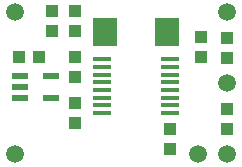
<source format=gbr>
G04 EAGLE Gerber RS-274X export*
G75*
%MOMM*%
%FSLAX34Y34*%
%LPD*%
%INSolderpaste Top*%
%IPPOS*%
%AMOC8*
5,1,8,0,0,1.08239X$1,22.5*%
G01*
%ADD10R,1.000000X1.100000*%
%ADD11R,1.100000X1.000000*%
%ADD12C,1.500000*%
%ADD13R,1.570000X0.350000*%
%ADD14R,2.100000X2.400000*%
%ADD15R,1.320800X0.558800*%


D10*
X63750Y77750D03*
X63750Y94750D03*
X63750Y56000D03*
X63750Y39000D03*
D11*
X16500Y95000D03*
X33500Y95000D03*
D10*
X143750Y33500D03*
X143750Y16500D03*
D12*
X192500Y12500D03*
X12500Y12500D03*
X192500Y132500D03*
X12500Y132500D03*
X192500Y72500D03*
D11*
X63250Y116500D03*
X63250Y133500D03*
X43750Y116500D03*
X43750Y133500D03*
X192500Y94000D03*
X192500Y111000D03*
X192500Y51000D03*
X192500Y34000D03*
D13*
X86300Y92750D03*
X86300Y86250D03*
X86300Y79750D03*
X86300Y73250D03*
X86300Y66750D03*
X86300Y60250D03*
X86300Y53750D03*
X86300Y47250D03*
X143700Y47250D03*
X143700Y53750D03*
X143700Y60250D03*
X143700Y66750D03*
X143700Y73250D03*
X143700Y79750D03*
X143700Y86250D03*
X143700Y92750D03*
D14*
X88690Y116250D03*
X141310Y116250D03*
D15*
X17046Y78648D03*
X17046Y69250D03*
X17046Y59852D03*
X42954Y59852D03*
X42954Y78648D03*
D11*
X170000Y94625D03*
X170000Y111625D03*
D12*
X167500Y12500D03*
M02*

</source>
